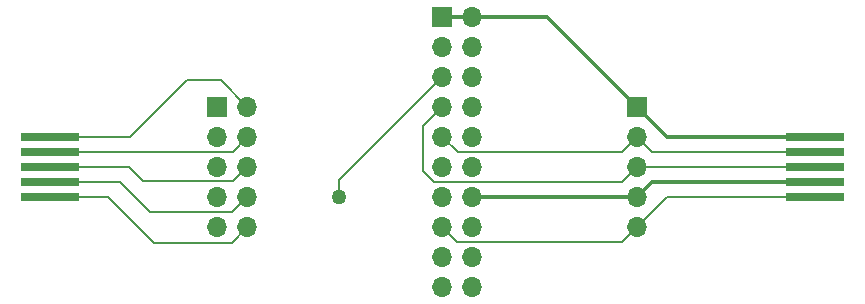
<source format=gtl>
G04 Layer: TopLayer*
G04 EasyEDA Pro v2.2.27.1, 2024-09-15 10:59:50*
G04 Gerber Generator version 0.3*
G04 Scale: 100 percent, Rotated: No, Reflected: No*
G04 Dimensions in millimeters*
G04 Leading zeros omitted, absolute positions, 3 integers and 5 decimals*
%TF.GenerationSoftware,KiCad,Pcbnew,9.0.1*%
%TF.CreationDate,2025-04-12T19:48:42+08:00*%
%TF.ProjectId,stlink_ex,73746c69-6e6b-45f6-9578-2e6b69636164,rev?*%
%TF.SameCoordinates,Original*%
%TF.FileFunction,Copper,L1,Top*%
%TF.FilePolarity,Positive*%
%FSLAX46Y46*%
G04 Gerber Fmt 4.6, Leading zero omitted, Abs format (unit mm)*
G04 Created by KiCad (PCBNEW 9.0.1) date 2025-04-12 19:48:42*
%MOMM*%
%LPD*%
G01*
G04 APERTURE LIST*
%TA.AperFunction,SMDPad,CuDef*%
%ADD10R,5.000000X0.700000*%
%TD*%
%TA.AperFunction,ComponentPad*%
%ADD11R,1.700000X1.700000*%
%TD*%
%TA.AperFunction,ComponentPad*%
%ADD12O,1.700000X1.700000*%
%TD*%
%TA.AperFunction,ViaPad*%
%ADD13C,1.270000*%
%TD*%
%TA.AperFunction,Conductor*%
%ADD14C,0.360000*%
%TD*%
%TA.AperFunction,Conductor*%
%ADD15C,0.200000*%
%TD*%
%TA.AperFunction,Conductor*%
%ADD16C,0.180000*%
%TD*%
%TA.AperFunction,Conductor*%
%ADD17C,0.130000*%
%TD*%
G04 APERTURE END LIST*
D10*
%TO.P,J15,2,Pin_2*%
%TO.N,/JTMS*%
X102670000Y-113030000D03*
%TO.P,J15,4,Pin_4*%
%TO.N,/JTCK*%
X102670000Y-114300000D03*
%TO.P,J15,6,Pin_6*%
%TO.N,/JTDO*%
X102670000Y-115570000D03*
%TO.P,J15,8,Pin_8*%
%TO.N,/JTDI*%
X102670000Y-116840000D03*
%TO.P,J15,10,Pin_10*%
%TO.N,/NRST*%
X102670000Y-118110000D03*
%TD*%
D11*
%TO.P,J5,1,Pin_1*%
%TO.N,/MCU VDD*%
X135885000Y-102875000D03*
D12*
%TO.P,J5,2,Pin_2*%
X138425000Y-102875000D03*
%TO.P,J5,3,Pin_3*%
%TO.N,/NJTRST*%
X135885000Y-105415000D03*
%TO.P,J5,4,Pin_4*%
%TO.N,/GND*%
X138425000Y-105415000D03*
%TO.P,J5,5,Pin_5*%
%TO.N,/JTDI*%
X135885000Y-107955000D03*
%TO.P,J5,6,Pin_6*%
%TO.N,/GND*%
X138425000Y-107955000D03*
%TO.P,J5,7,Pin_7*%
%TO.N,/JTMS*%
X135885000Y-110495000D03*
%TO.P,J5,8,Pin_8*%
%TO.N,/GND*%
X138425000Y-110495000D03*
%TO.P,J5,9,Pin_9*%
%TO.N,/JTCK*%
X135885000Y-113035000D03*
%TO.P,J5,10,Pin_10*%
%TO.N,/GND*%
X138425000Y-113035000D03*
%TO.P,J5,11,Pin_11*%
%TO.N,unconnected-(J5-Pin_11-Pad11)*%
X135885000Y-115575000D03*
%TO.P,J5,12,Pin_12*%
%TO.N,/GND*%
X138425000Y-115575000D03*
%TO.P,J5,13,Pin_13*%
%TO.N,/JTDO*%
X135885000Y-118115000D03*
%TO.P,J5,14,Pin_14*%
%TO.N,/GND*%
X138425000Y-118115000D03*
%TO.P,J5,15,Pin_15*%
%TO.N,/NRST*%
X135885000Y-120655000D03*
%TO.P,J5,16,Pin_16*%
%TO.N,/GND*%
X138425000Y-120655000D03*
%TO.P,J5,17,Pin_17*%
%TO.N,unconnected-(J5-Pin_17-Pad17)*%
X135885000Y-123195000D03*
%TO.P,J5,18,Pin_18*%
%TO.N,/GND*%
X138425000Y-123195000D03*
%TO.P,J5,19,Pin_19*%
%TO.N,unconnected-(J5-Pin_19-Pad19)*%
X135885000Y-125735000D03*
%TO.P,J5,20,Pin_20*%
%TO.N,/GND*%
X138425000Y-125735000D03*
%TD*%
D10*
%TO.P,J10,1*%
%TO.N,/MCU VDD*%
X167440000Y-113035000D03*
%TO.P,J10,2*%
%TO.N,/JTCK*%
X167440000Y-114305000D03*
%TO.P,J10,3*%
%TO.N,/JTMS*%
X167440000Y-115575000D03*
%TO.P,J10,4*%
%TO.N,/GND*%
X167440000Y-116845000D03*
%TO.P,J10,5*%
%TO.N,/NRST*%
X167440000Y-118115000D03*
%TD*%
D11*
%TO.P,J14,1,Pin_1*%
%TO.N,/MCU VDD*%
X116840000Y-110495000D03*
D12*
%TO.P,J14,2,Pin_2*%
%TO.N,/JTMS*%
X119380000Y-110495000D03*
%TO.P,J14,3,Pin_3*%
%TO.N,/GND*%
X116840000Y-113035000D03*
%TO.P,J14,4,Pin_4*%
%TO.N,/JTCK*%
X119380000Y-113035000D03*
%TO.P,J14,5,Pin_5*%
%TO.N,/GND*%
X116840000Y-115575000D03*
%TO.P,J14,6,Pin_6*%
%TO.N,/JTDO*%
X119380000Y-115575000D03*
%TO.P,J14,7,Pin_7*%
%TO.N,/GND*%
X116840000Y-118115000D03*
%TO.P,J14,8,Pin_8*%
%TO.N,/JTDI*%
X119380000Y-118115000D03*
%TO.P,J14,9,Pin_9*%
%TO.N,/GND*%
X116840000Y-120655000D03*
%TO.P,J14,10,Pin_10*%
%TO.N,/NRST*%
X119380000Y-120655000D03*
%TD*%
D11*
%TO.P,J11,1*%
%TO.N,/MCU VDD*%
X152400000Y-110495000D03*
D12*
%TO.P,J11,2*%
%TO.N,/JTCK*%
X152400000Y-113035000D03*
%TO.P,J11,3*%
%TO.N,/JTMS*%
X152400000Y-115575000D03*
%TO.P,J11,4*%
%TO.N,/GND*%
X152400000Y-118115000D03*
%TO.P,J11,5*%
%TO.N,/NRST*%
X152400000Y-120655000D03*
%TD*%
D13*
%TO.N,/JTDI*%
X127160000Y-118120000D03*
%TD*%
D14*
%TO.N,/GND*%
X152400000Y-118115000D02*
X138425000Y-118115000D01*
X153670000Y-116845000D02*
X152400000Y-118115000D01*
X167440000Y-116845000D02*
X153670000Y-116845000D01*
D15*
%TO.N,/NRST*%
X119380000Y-120655000D02*
X118035000Y-122000000D01*
D16*
X154940000Y-118115000D02*
X152400000Y-120655000D01*
D15*
X111500000Y-122000000D02*
X107610000Y-118110000D01*
D16*
X151125000Y-121930000D02*
X137160000Y-121930000D01*
X137160000Y-121930000D02*
X135885000Y-120655000D01*
X167440000Y-118115000D02*
X154940000Y-118115000D01*
X152400000Y-120655000D02*
X151125000Y-121930000D01*
D15*
X107610000Y-118110000D02*
X102670000Y-118110000D01*
X118035000Y-122000000D02*
X111500000Y-122000000D01*
D14*
%TO.N,/MCU VDD*%
X135885000Y-102875000D02*
X144780000Y-102875000D01*
X154940000Y-113035000D02*
X152400000Y-110495000D01*
X167440000Y-113035000D02*
X154940000Y-113035000D01*
X144780000Y-102875000D02*
X152400000Y-110495000D01*
D15*
%TO.N,/JTDI*%
X127160000Y-116680000D02*
X135885000Y-107955000D01*
X119380000Y-118115000D02*
X118105000Y-119390000D01*
X111140000Y-119390000D02*
X108590000Y-116840000D01*
X127160000Y-118120000D02*
X127160000Y-116680000D01*
X108590000Y-116840000D02*
X102670000Y-116840000D01*
X118105000Y-119390000D02*
X111140000Y-119390000D01*
D16*
%TO.N,/JTCK*%
X153670000Y-114305000D02*
X152400000Y-113035000D01*
D15*
X118115000Y-114300000D02*
X102670000Y-114300000D01*
D16*
X152400000Y-113035000D02*
X151115000Y-114320000D01*
D15*
X119380000Y-113035000D02*
X118115000Y-114300000D01*
D16*
X137170000Y-114320000D02*
X135885000Y-113035000D01*
X151115000Y-114320000D02*
X137170000Y-114320000D01*
X167440000Y-114305000D02*
X153670000Y-114305000D01*
D15*
%TO.N,/JTDO*%
X110560000Y-116810000D02*
X109320000Y-115570000D01*
X109320000Y-115570000D02*
X102670000Y-115570000D01*
X119380000Y-115575000D02*
X118145000Y-116810000D01*
X118145000Y-116810000D02*
X110560000Y-116810000D01*
%TO.N,/JTMS*%
X109470000Y-113030000D02*
X114250000Y-108250000D01*
D17*
X135170000Y-116850000D02*
X151125000Y-116850000D01*
X151125000Y-116850000D02*
X152400000Y-115575000D01*
X134280000Y-112100000D02*
X134280000Y-115960000D01*
D15*
X117135000Y-108250000D02*
X119380000Y-110495000D01*
D16*
X167440000Y-115575000D02*
X152400000Y-115575000D01*
D15*
X102670000Y-113030000D02*
X109470000Y-113030000D01*
D17*
X134280000Y-115960000D02*
X135170000Y-116850000D01*
D15*
X114250000Y-108250000D02*
X117135000Y-108250000D01*
D17*
X135885000Y-110495000D02*
X134280000Y-112100000D01*
%TD*%
M02*

</source>
